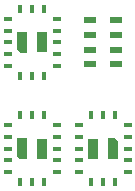
<source format=gbr>
G04 #@! TF.GenerationSoftware,KiCad,Pcbnew,(5.1.0-0)*
G04 #@! TF.CreationDate,2019-06-18T08:50:15-07:00*
G04 #@! TF.ProjectId,airdata,61697264-6174-4612-9e6b-696361645f70,rev?*
G04 #@! TF.SameCoordinates,Original*
G04 #@! TF.FileFunction,Paste,Top*
G04 #@! TF.FilePolarity,Positive*
%FSLAX46Y46*%
G04 Gerber Fmt 4.6, Leading zero omitted, Abs format (unit mm)*
G04 Created by KiCad (PCBNEW (5.1.0-0)) date 2019-06-18 08:50:15*
%MOMM*%
%LPD*%
G04 APERTURE LIST*
%ADD10R,0.900000X1.800000*%
%ADD11C,0.500000*%
%ADD12C,0.100000*%
%ADD13R,0.400000X0.750000*%
%ADD14R,0.750000X0.400000*%
%ADD15R,1.100000X0.600000*%
G04 APERTURE END LIST*
D10*
X38850000Y-48500000D03*
D11*
X37150000Y-48500000D03*
D12*
G36*
X37600000Y-47600000D02*
G01*
X37600000Y-49400000D01*
X37000000Y-49400000D01*
X36700000Y-49100000D01*
X36700000Y-47600000D01*
X37600000Y-47600000D01*
X37600000Y-47600000D01*
G37*
D13*
X37000000Y-51325000D03*
X38000000Y-51325000D03*
X39000000Y-51325000D03*
X39000000Y-45675000D03*
X38000000Y-45675000D03*
X37000000Y-45675000D03*
D14*
X40075000Y-50500000D03*
X40075000Y-49500000D03*
X40075000Y-48500000D03*
X40075000Y-47500000D03*
X40075000Y-46500000D03*
X35925000Y-46500000D03*
X35925000Y-47500000D03*
X35925000Y-48500000D03*
X35925000Y-49500000D03*
X35925000Y-50500000D03*
D10*
X38850000Y-57500000D03*
D11*
X37150000Y-57500000D03*
D12*
G36*
X37600000Y-56600000D02*
G01*
X37600000Y-58400000D01*
X37000000Y-58400000D01*
X36700000Y-58100000D01*
X36700000Y-56600000D01*
X37600000Y-56600000D01*
X37600000Y-56600000D01*
G37*
D13*
X37000000Y-60325000D03*
X38000000Y-60325000D03*
X39000000Y-60325000D03*
X39000000Y-54675000D03*
X38000000Y-54675000D03*
X37000000Y-54675000D03*
D14*
X40075000Y-59500000D03*
X40075000Y-58500000D03*
X40075000Y-57500000D03*
X40075000Y-56500000D03*
X40075000Y-55500000D03*
X35925000Y-55500000D03*
X35925000Y-56500000D03*
X35925000Y-57500000D03*
X35925000Y-58500000D03*
X35925000Y-59500000D03*
X46075000Y-55500000D03*
X46075000Y-56500000D03*
X46075000Y-57500000D03*
X46075000Y-58500000D03*
X46075000Y-59500000D03*
X41925000Y-59500000D03*
X41925000Y-58500000D03*
X41925000Y-57500000D03*
X41925000Y-56500000D03*
X41925000Y-55500000D03*
D13*
X45000000Y-60325000D03*
X44000000Y-60325000D03*
X43000000Y-60325000D03*
X43000000Y-54675000D03*
X44000000Y-54675000D03*
X45000000Y-54675000D03*
D11*
X44850000Y-57500000D03*
D12*
G36*
X44400000Y-58400000D02*
G01*
X44400000Y-56600000D01*
X45000000Y-56600000D01*
X45300000Y-56900000D01*
X45300000Y-58400000D01*
X44400000Y-58400000D01*
X44400000Y-58400000D01*
G37*
D10*
X43150000Y-57500000D03*
D15*
X42900000Y-47875000D03*
X42900000Y-46625000D03*
X42900000Y-49125000D03*
X42900000Y-50375000D03*
X45100000Y-50375000D03*
X45100000Y-49125000D03*
X45100000Y-46625000D03*
X45100000Y-47875000D03*
M02*

</source>
